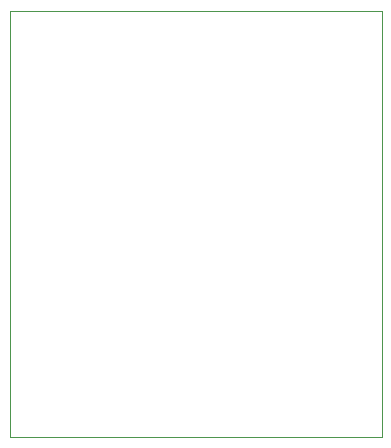
<source format=gm1>
%TF.GenerationSoftware,KiCad,Pcbnew,(5.1.6)-1*%
%TF.CreationDate,2020-09-06T13:06:38-04:00*%
%TF.ProjectId,ResQ KiCad Version,52657351-204b-4694-9361-642056657273,rev?*%
%TF.SameCoordinates,Original*%
%TF.FileFunction,Profile,NP*%
%FSLAX46Y46*%
G04 Gerber Fmt 4.6, Leading zero omitted, Abs format (unit mm)*
G04 Created by KiCad (PCBNEW (5.1.6)-1) date 2020-09-06 13:06:38*
%MOMM*%
%LPD*%
G01*
G04 APERTURE LIST*
%TA.AperFunction,Profile*%
%ADD10C,0.050000*%
%TD*%
G04 APERTURE END LIST*
D10*
X201676000Y-108458000D02*
X170180000Y-108458000D01*
X170180000Y-144526000D02*
X201676000Y-144526000D01*
X170180000Y-144526000D02*
X170180000Y-108458000D01*
X201676000Y-108458000D02*
X201676000Y-144526000D01*
M02*

</source>
